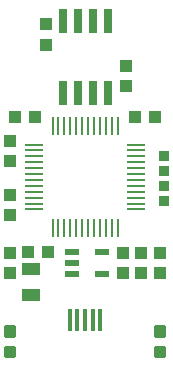
<source format=gtp>
G04 EAGLE Gerber RS-274X export*
G75*
%MOMM*%
%FSLAX34Y34*%
%LPD*%
%INSolderpaste Top*%
%IPPOS*%
%AMOC8*
5,1,8,0,0,1.08239X$1,22.5*%
G01*
%ADD10R,1.200000X0.550000*%
%ADD11C,0.300000*%
%ADD12R,1.100000X1.000000*%
%ADD13R,1.000000X1.100000*%
%ADD14R,1.500000X0.250000*%
%ADD15R,0.250000X1.500000*%
%ADD16R,0.889000X0.812800*%
%ADD17R,1.500000X1.000000*%
%ADD18R,0.400000X1.850000*%
%ADD19R,0.660400X2.032000*%


D10*
X64789Y107920D03*
X64789Y98420D03*
X64789Y88920D03*
X90791Y88920D03*
X90791Y107920D03*
D11*
X136200Y26480D02*
X143200Y26480D01*
X143200Y19480D01*
X136200Y19480D01*
X136200Y26480D01*
X136200Y22330D02*
X143200Y22330D01*
X143200Y25180D02*
X136200Y25180D01*
X136200Y44020D02*
X143200Y44020D01*
X143200Y37020D01*
X136200Y37020D01*
X136200Y44020D01*
X136200Y39870D02*
X143200Y39870D01*
X143200Y42720D02*
X136200Y42720D01*
D12*
X45010Y107950D03*
X28010Y107950D03*
D13*
X108740Y106920D03*
X108740Y89920D03*
X139700Y106920D03*
X139700Y89920D03*
D12*
X118500Y222250D03*
X135500Y222250D03*
D13*
X123820Y106920D03*
X123820Y89920D03*
D14*
X33200Y198950D03*
X33200Y193950D03*
X33200Y188950D03*
X33200Y183950D03*
X33200Y178950D03*
X33200Y173950D03*
X33200Y168950D03*
X33200Y163950D03*
X33200Y158950D03*
X33200Y153950D03*
X33200Y148950D03*
X33200Y143950D03*
D15*
X48700Y128450D03*
X53700Y128450D03*
X58700Y128450D03*
X63700Y128450D03*
X68700Y128450D03*
X73700Y128450D03*
X78700Y128450D03*
X83700Y128450D03*
X88700Y128450D03*
X93700Y128450D03*
X98700Y128450D03*
X103700Y128450D03*
D14*
X119200Y143950D03*
X119200Y148950D03*
X119200Y153950D03*
X119200Y158950D03*
X119200Y163950D03*
X119200Y168950D03*
X119200Y173950D03*
X119200Y178950D03*
X119200Y183950D03*
X119200Y188950D03*
X119200Y193950D03*
X119200Y198950D03*
D15*
X103700Y214450D03*
X98700Y214450D03*
X93700Y214450D03*
X88700Y214450D03*
X83700Y214450D03*
X78700Y214450D03*
X73700Y214450D03*
X68700Y214450D03*
X63700Y214450D03*
X58700Y214450D03*
X53700Y214450D03*
X48700Y214450D03*
D16*
X142880Y176210D03*
X142880Y163510D03*
X142880Y188910D03*
X142880Y150810D03*
D11*
X16200Y26480D02*
X9200Y26480D01*
X16200Y26480D02*
X16200Y19480D01*
X9200Y19480D01*
X9200Y26480D01*
X9200Y22330D02*
X16200Y22330D01*
X16200Y25180D02*
X9200Y25180D01*
X9200Y44020D02*
X16200Y44020D01*
X16200Y37020D01*
X9200Y37020D01*
X9200Y44020D01*
X9200Y39870D02*
X16200Y39870D01*
X16200Y42720D02*
X9200Y42720D01*
D13*
X12700Y106920D03*
X12700Y89920D03*
X42860Y283600D03*
X42860Y300600D03*
X111120Y265680D03*
X111120Y248680D03*
D12*
X33900Y222250D03*
X16900Y222250D03*
D13*
X12700Y156140D03*
X12700Y139140D03*
X12700Y185180D03*
X12700Y202180D03*
D17*
X30160Y93550D03*
X30160Y71550D03*
D18*
X76200Y50300D03*
X69700Y50300D03*
X89200Y50300D03*
X82700Y50300D03*
X63200Y50300D03*
D19*
X57150Y242316D03*
X69850Y242316D03*
X82550Y242316D03*
X95250Y242316D03*
X95250Y303784D03*
X82550Y303784D03*
X69850Y303784D03*
X57150Y303784D03*
M02*

</source>
